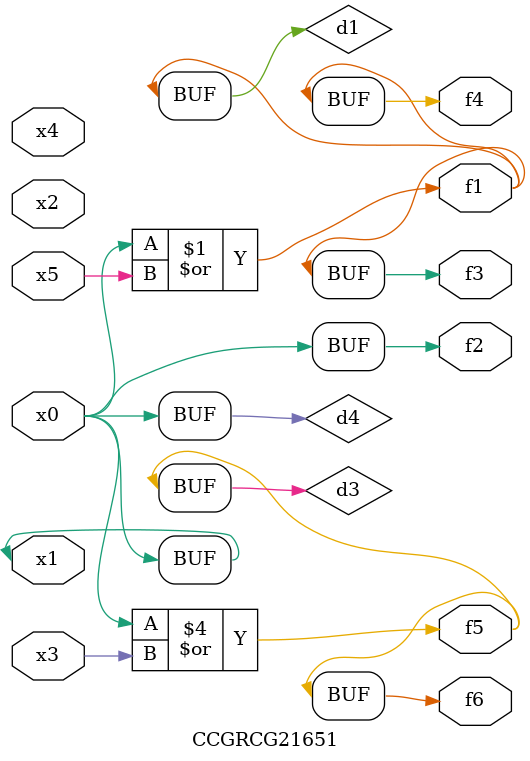
<source format=v>
module CCGRCG21651(
	input x0, x1, x2, x3, x4, x5,
	output f1, f2, f3, f4, f5, f6
);

	wire d1, d2, d3, d4;

	or (d1, x0, x5);
	xnor (d2, x1, x4);
	or (d3, x0, x3);
	buf (d4, x0, x1);
	assign f1 = d1;
	assign f2 = d4;
	assign f3 = d1;
	assign f4 = d1;
	assign f5 = d3;
	assign f6 = d3;
endmodule

</source>
